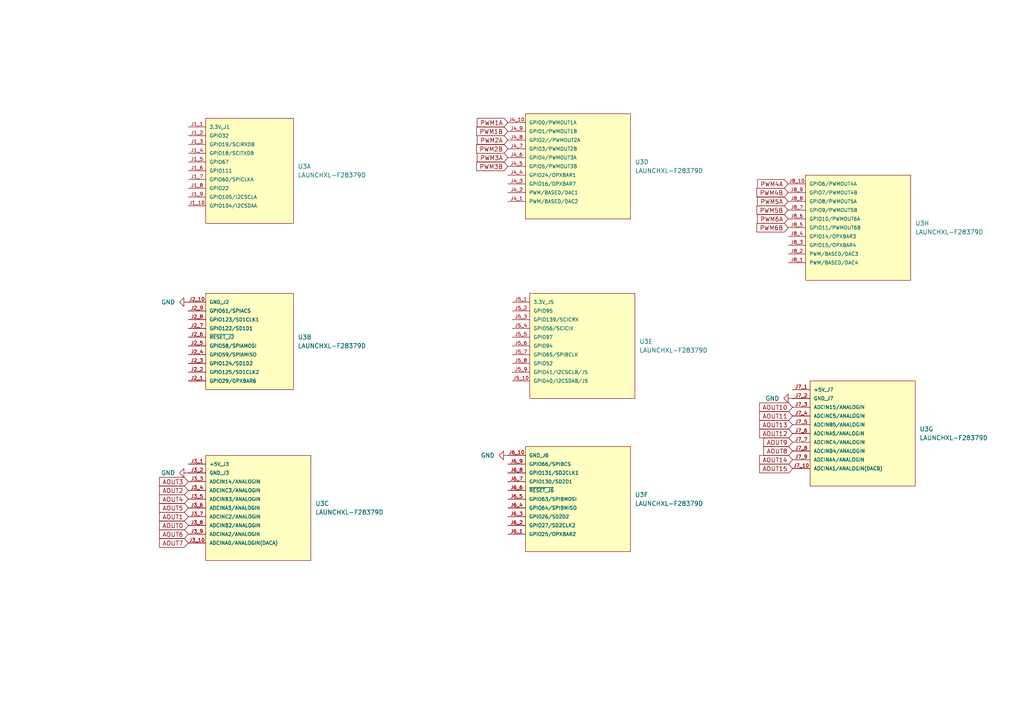
<source format=kicad_sch>
(kicad_sch (version 20231120) (generator "eeschema") (generator_version "8.0")
  (paper "A4")
  (lib_symbols
    (symbol "LAUNCHXL-F28379D:LAUNCHXL-F28379D" (pin_names (offset 1.016))
      (property "Reference" "U" (at -12.2428 15.9258 0))
      (property "Value" "LAUNCHXL-F28379D" (at -12.7 -17.272 0))
      (symbol "LAUNCHXL-F28379D_1_0"
        (rectangle (start -12.7 -15.24) (end 12.7 15.24) (stroke (width 0.1524)) (fill (type background)))
        (pin power_in line (at -17.78 12.7 0) (length 5.08) (name "3.3V_J1") (number "J1_1"))
        (pin bidirectional line (at -17.78 -10.16 0) (length 5.08) (name "GPIO104/I2CSDAA") (number "J1_10"))
        (pin bidirectional line (at -17.78 10.16 0) (length 5.08) (name "GPIO32") (number "J1_2"))
        (pin bidirectional line (at -17.78 7.62 0) (length 5.08) (name "GPIO19/SCIRXDB") (number "J1_3"))
        (pin bidirectional line (at -17.78 5.08 0) (length 5.08) (name "GPIO18/SCITXDB") (number "J1_4"))
        (pin bidirectional line (at -17.78 2.54 0) (length 5.08) (name "GPIO67") (number "J1_5"))
        (pin bidirectional line (at -17.78 0 0) (length 5.08) (name "GPIO111") (number "J1_6"))
        (pin bidirectional line (at -17.78 -2.54 0) (length 5.08) (name "GPIO60/SPICLKA") (number "J1_7"))
        (pin bidirectional line (at -17.78 -5.08 0) (length 5.08) (name "GPIO22") (number "J1_8"))
        (pin bidirectional line (at -17.78 -7.62 0) (length 5.08) (name "GPIO105/I2CSCLA") (number "J1_9"))
      )
      (symbol "LAUNCHXL-F28379D_2_0"
        (rectangle (start -12.7 -12.7) (end 12.7 15.24) (stroke (width 0.1524)) (fill (type background)))
        (pin bidirectional line (at -17.78 -10.16 0) (length 5.08) (name "GPIO29/OPXBAR6") (number "J2_1"))
        (pin power_in line (at -17.78 12.7 0) (length 5.08) (name "GND_J2") (number "J2_10"))
        (pin bidirectional line (at -17.78 -7.62 0) (length 5.08) (name "GPIO125/SD1CLK2") (number "J2_2"))
        (pin bidirectional line (at -17.78 -5.08 0) (length 5.08) (name "GPIO124/SD1D2") (number "J2_3"))
        (pin bidirectional line (at -17.78 -2.54 0) (length 5.08) (name "GPIO59/SPIAMISO") (number "J2_4"))
        (pin bidirectional line (at -17.78 0 0) (length 5.08) (name "GPIO58/SPIAMOSI") (number "J2_5"))
        (pin bidirectional line (at -17.78 2.54 0) (length 5.08) (name "~{RESET_J2}") (number "J2_6"))
        (pin bidirectional line (at -17.78 5.08 0) (length 5.08) (name "GPIO122/SD1D1") (number "J2_7"))
        (pin bidirectional line (at -17.78 7.62 0) (length 5.08) (name "GPIO123/SD1CLK1") (number "J2_8"))
        (pin bidirectional line (at -17.78 10.16 0) (length 5.08) (name "GPIO61/SPIACS") (number "J2_9"))
      )
      (symbol "LAUNCHXL-F28379D_3_0"
        (rectangle (start -15.24 -15.24) (end 15.24 15.24) (stroke (width 0.1524)) (fill (type background)))
        (pin power_in line (at -20.32 12.7 0) (length 5.08) (name "+5V_J3") (number "J3_1"))
        (pin bidirectional line (at -20.32 -10.16 0) (length 5.08) (name "ADCINA0/ANALOGIN(DACA)") (number "J3_10"))
        (pin power_in line (at -20.32 10.16 0) (length 5.08) (name "GND_J3") (number "J3_2"))
        (pin bidirectional line (at -20.32 7.62 0) (length 5.08) (name "ADCIN14/ANALOGIN") (number "J3_3"))
        (pin bidirectional line (at -20.32 5.08 0) (length 5.08) (name "ADCINC3/ANALOGIN") (number "J3_4"))
        (pin bidirectional line (at -20.32 2.54 0) (length 5.08) (name "ADCINB3/ANALOGIN") (number "J3_5"))
        (pin bidirectional line (at -20.32 0 0) (length 5.08) (name "ADCINA3/ANALOGIN") (number "J3_6"))
        (pin bidirectional line (at -20.32 -2.54 0) (length 5.08) (name "ADCINC2/ANALOGIN") (number "J3_7"))
        (pin bidirectional line (at -20.32 -5.08 0) (length 5.08) (name "ADCINB2/ANALOGIN") (number "J3_8"))
        (pin bidirectional line (at -20.32 -7.62 0) (length 5.08) (name "ADCINA2/ANALOGIN") (number "J3_9"))
      )
      (symbol "LAUNCHXL-F28379D_4_0"
        (rectangle (start -15.24 -15.24) (end 15.24 15.24) (stroke (width 0.1524)) (fill (type background)))
        (pin bidirectional line (at -20.32 -10.16 0) (length 5.08) (name "PWM/BASED/DAC2") (number "J4_1"))
        (pin bidirectional line (at -20.32 12.7 0) (length 5.08) (name "GPIO0/PWMOUT1A") (number "J4_10"))
        (pin bidirectional line (at -20.32 -7.62 0) (length 5.08) (name "PWM/BASED/DAC1") (number "J4_2"))
        (pin bidirectional line (at -20.32 -5.08 0) (length 5.08) (name "GPIO16/OPXBAR7") (number "J4_3"))
        (pin bidirectional line (at -20.32 -2.54 0) (length 5.08) (name "GPIO24/OPXBAR1") (number "J4_4"))
        (pin bidirectional line (at -20.32 0 0) (length 5.08) (name "GPIO5/PWMOUT3B") (number "J4_5"))
        (pin bidirectional line (at -20.32 2.54 0) (length 5.08) (name "GPIO4/PWMOUT3A") (number "J4_6"))
        (pin bidirectional line (at -20.32 5.08 0) (length 5.08) (name "GPIO3/PWMOUT2B") (number "J4_7"))
        (pin bidirectional line (at -20.32 7.62 0) (length 5.08) (name "GPIO2//PWMOUT2A") (number "J4_8"))
        (pin bidirectional line (at -20.32 10.16 0) (length 5.08) (name "GPIO1/PWMOUT1B") (number "J4_9"))
      )
      (symbol "LAUNCHXL-F28379D_5_0"
        (rectangle (start -15.24 -15.24) (end 15.24 15.24) (stroke (width 0.1524)) (fill (type background)))
        (pin power_in line (at -20.32 12.7 0) (length 5.08) (name "3.3V_J5") (number "J5_1"))
        (pin bidirectional line (at -20.32 -10.16 0) (length 5.08) (name "GPIO40/I2CSDAB/J5") (number "J5_10"))
        (pin bidirectional line (at -20.32 10.16 0) (length 5.08) (name "GPIO95") (number "J5_2"))
        (pin bidirectional line (at -20.32 7.62 0) (length 5.08) (name "GPIO139/SCICRX") (number "J5_3"))
        (pin bidirectional line (at -20.32 5.08 0) (length 5.08) (name "GPIO56/SCICIX") (number "J5_4"))
        (pin bidirectional line (at -20.32 2.54 0) (length 5.08) (name "GPIO97") (number "J5_5"))
        (pin bidirectional line (at -20.32 0 0) (length 5.08) (name "GPIO94") (number "J5_6"))
        (pin bidirectional line (at -20.32 -2.54 0) (length 5.08) (name "GPIO65/SPIBCLK") (number "J5_7"))
        (pin bidirectional line (at -20.32 -5.08 0) (length 5.08) (name "GPIO52") (number "J5_8"))
        (pin bidirectional line (at -20.32 -7.62 0) (length 5.08) (name "GPIO41/I2CSCLB/J5") (number "J5_9"))
      )
      (symbol "LAUNCHXL-F28379D_6_0"
        (rectangle (start -15.24 -15.24) (end 15.24 15.24) (stroke (width 0.1524)) (fill (type background)))
        (pin bidirectional line (at -20.32 -10.16 0) (length 5.08) (name "GPIO25/OPXBAR2") (number "J6_1"))
        (pin power_in line (at -20.32 12.7 0) (length 5.08) (name "GND_J6") (number "J6_10"))
        (pin bidirectional line (at -20.32 -7.62 0) (length 5.08) (name "GPIO27/SD2CLK2") (number "J6_2"))
        (pin bidirectional line (at -20.32 -5.08 0) (length 5.08) (name "GPIO26/SD2D2") (number "J6_3"))
        (pin bidirectional line (at -20.32 -2.54 0) (length 5.08) (name "GPIO64/SPIBMISO") (number "J6_4"))
        (pin bidirectional line (at -20.32 0 0) (length 5.08) (name "GPIO63/SPIBMOSI") (number "J6_5"))
        (pin bidirectional line (at -20.32 2.54 0) (length 5.08) (name "~{RESET_J6}") (number "J6_6"))
        (pin bidirectional line (at -20.32 5.08 0) (length 5.08) (name "GPIO130/SD2D1") (number "J6_7"))
        (pin bidirectional line (at -20.32 7.62 0) (length 5.08) (name "GPIO131/SD2CLK1") (number "J6_8"))
        (pin bidirectional line (at -20.32 10.16 0) (length 5.08) (name "GPIO66/SPIBCS") (number "J6_9"))
      )
      (symbol "LAUNCHXL-F28379D_7_0"
        (rectangle (start -15.24 -15.24) (end 15.24 15.24) (stroke (width 0.1524)) (fill (type background)))
        (pin power_in line (at -20.32 12.7 0) (length 5.08) (name "+5V_J7") (number "J7_1"))
        (pin bidirectional line (at -20.32 -10.16 0) (length 5.08) (name "ADCINA1/ANALOGIN(DACB)") (number "J7_10"))
        (pin power_in line (at -20.32 10.16 0) (length 5.08) (name "GND_J7") (number "J7_2"))
        (pin bidirectional line (at -20.32 7.62 0) (length 5.08) (name "ADCIN15/ANALOGIN") (number "J7_3"))
        (pin bidirectional line (at -20.32 5.08 0) (length 5.08) (name "ADCINC5/ANALOGIN") (number "J7_4"))
        (pin bidirectional line (at -20.32 2.54 0) (length 5.08) (name "ADCINB5/ANALOGIN") (number "J7_5"))
        (pin bidirectional line (at -20.32 0 0) (length 5.08) (name "ADCINA5/ANALOGIN") (number "J7_6"))
        (pin bidirectional line (at -20.32 -2.54 0) (length 5.08) (name "ADCINC4/ANALOGIN") (number "J7_7"))
        (pin bidirectional line (at -20.32 -5.08 0) (length 5.08) (name "ADCINB4/ANALOGIN") (number "J7_8"))
        (pin bidirectional line (at -20.32 -7.62 0) (length 5.08) (name "ADCINA4/ANALOGIN") (number "J7_9"))
      )
      (symbol "LAUNCHXL-F28379D_8_0"
        (rectangle (start -15.24 -15.24) (end 15.24 15.24) (stroke (width 0.1524)) (fill (type background)))
        (pin bidirectional line (at -20.32 -10.16 0) (length 5.08) (name "PWM/BASED/DAC4") (number "J8_1"))
        (pin bidirectional line (at -20.32 12.7 0) (length 5.08) (name "GPIO6/PWMOUT4A") (number "J8_10"))
        (pin bidirectional line (at -20.32 -7.62 0) (length 5.08) (name "PWM/BASED/DAC3") (number "J8_2"))
        (pin bidirectional line (at -20.32 -5.08 0) (length 5.08) (name "GPIO15/OPXBAR4") (number "J8_3"))
        (pin bidirectional line (at -20.32 -2.54 0) (length 5.08) (name "GPIO14/OPXBAR3") (number "J8_4"))
        (pin bidirectional line (at -20.32 0 0) (length 5.08) (name "GPIO11/PWMOUT6B") (number "J8_5"))
        (pin bidirectional line (at -20.32 2.54 0) (length 5.08) (name "GPIO10/PWMOUT6A") (number "J8_6"))
        (pin bidirectional line (at -20.32 5.08 0) (length 5.08) (name "GPIO9/PWMOUT5B") (number "J8_7"))
        (pin bidirectional line (at -20.32 7.62 0) (length 5.08) (name "GPIO8/PWMOUT5A") (number "J8_8"))
        (pin bidirectional line (at -20.32 10.16 0) (length 5.08) (name "GPIO7/PWMOUT4B") (number "J8_9"))
      )
    )
    (symbol "power:GND" (power) (pin_numbers hide) (pin_names (offset 0) hide)
      (property "Value" "GND" (at 0 -3.81 0))
      (symbol "GND_0_1"
        (polyline (pts (xy 0 0) (xy 0 -1.27) (xy 1.27 -1.27) (xy 0 -2.54) (xy -1.27 -1.27) (xy 0 -1.27)))
      )
      (symbol "GND_1_1"
        (pin power_in line (at 0 0 270) (length 0) (name "~") (number "1"))
      )
    )
  )
  (global_label "AOUT11" (shape input) (at 229.87 120.65 180) (property "Intersheetrefs" "${INTERSHEET_REFS}" (effects (hide yes))))
  (global_label "PWM3A" (shape input) (at 147.32 45.72 180) (property "Intersheetrefs" "${INTERSHEET_REFS}" (effects (hide yes))))
  (global_label "AOUT13" (shape input) (at 229.87 123.19 180) (property "Intersheetrefs" "${INTERSHEET_REFS}" (effects (hide yes))))
  (global_label "PWM6B" (shape input) (at 228.6 66.04 180) (property "Intersheetrefs" "${INTERSHEET_REFS}" (effects (hide yes))))
  (global_label "PWM1B" (shape input) (at 147.32 38.1 180) (property "Intersheetrefs" "${INTERSHEET_REFS}" (effects (hide yes))))
  (global_label "PWM2A" (shape input) (at 147.32 40.64 180) (property "Intersheetrefs" "${INTERSHEET_REFS}" (effects (hide yes))))
  (global_label "AOUT7" (shape input) (at 54.61 157.48 180) (property "Intersheetrefs" "${INTERSHEET_REFS}" (effects (hide yes))))
  (global_label "PWM2B" (shape input) (at 147.32 43.18 180) (property "Intersheetrefs" "${INTERSHEET_REFS}" (effects (hide yes))))
  (global_label "PWM5B" (shape input) (at 228.6 60.96 180) (property "Intersheetrefs" "${INTERSHEET_REFS}" (effects (hide yes))))
  (global_label "AOUT15" (shape input) (at 229.87 135.89 180) (property "Intersheetrefs" "${INTERSHEET_REFS}" (effects (hide yes))))
  (global_label "PWM1A" (shape input) (at 147.32 35.56 180) (property "Intersheetrefs" "${INTERSHEET_REFS}" (effects (hide yes))))
  (global_label "PWM6A" (shape input) (at 228.6 63.5 180) (property "Intersheetrefs" "${INTERSHEET_REFS}" (effects (hide yes))))
  (global_label "AOUT14" (shape input) (at 229.87 133.35 180) (property "Intersheetrefs" "${INTERSHEET_REFS}" (effects (hide yes))))
  (global_label "PWM3B" (shape input) (at 147.32 48.26 180) (property "Intersheetrefs" "${INTERSHEET_REFS}" (effects (hide yes))))
  (global_label "AOUT0" (shape input) (at 54.61 152.4 180) (property "Intersheetrefs" "${INTERSHEET_REFS}" (effects (hide yes))))
  (global_label "PWM4A" (shape input) (at 228.6 53.34 180) (property "Intersheetrefs" "${INTERSHEET_REFS}" (effects (hide yes))))
  (global_label "PWM4B" (shape input) (at 228.6 55.88 180) (property "Intersheetrefs" "${INTERSHEET_REFS}" (effects (hide yes))))
  (global_label "AOUT2" (shape input) (at 54.61 142.24 180) (property "Intersheetrefs" "${INTERSHEET_REFS}" (effects (hide yes))))
  (global_label "AOUT3" (shape input) (at 54.61 139.7 180) (property "Intersheetrefs" "${INTERSHEET_REFS}" (effects (hide yes))))
  (global_label "AOUT5" (shape input) (at 54.61 147.32 180) (property "Intersheetrefs" "${INTERSHEET_REFS}" (effects (hide yes))))
  (global_label "PWM5A" (shape input) (at 228.6 58.42 180) (property "Intersheetrefs" "${INTERSHEET_REFS}" (effects (hide yes))))
  (global_label "AOUT10" (shape input) (at 229.87 118.11 180) (property "Intersheetrefs" "${INTERSHEET_REFS}" (effects (hide yes))))
  (global_label "AOUT12" (shape input) (at 229.87 125.73 180) (property "Intersheetrefs" "${INTERSHEET_REFS}" (effects (hide yes))))
  (global_label "AOUT4" (shape input) (at 54.61 144.78 180) (property "Intersheetrefs" "${INTERSHEET_REFS}" (effects (hide yes))))
  (global_label "AOUT8" (shape input) (at 229.87 130.81 180) (property "Intersheetrefs" "${INTERSHEET_REFS}" (effects (hide yes))))
  (global_label "AOUT1" (shape input) (at 54.61 149.86 180) (property "Intersheetrefs" "${INTERSHEET_REFS}" (effects (hide yes))))
  (global_label "AOUT6" (shape input) (at 54.61 154.94 180) (property "Intersheetrefs" "${INTERSHEET_REFS}" (effects (hide yes))))
  (global_label "AOUT9" (shape input) (at 229.87 128.27 180) (property "Intersheetrefs" "${INTERSHEET_REFS}" (effects (hide yes))))
  (symbol (lib_id "power:GND") (at 54.61 87.63 270) (unit 1)
    (property "Reference" "#PWR0101" (effects (hide yes)))
    (property "Value" "GND" (at 50.8 87.6299 90) (effects (justify right)))
    (property "Description" "Power symbol creates a global label with name \"GND\" , ground" (effects (hide yes)))
  )
  (symbol (lib_id "LAUNCHXL-F28379D:LAUNCHXL-F28379D") (at 167.64 144.78 0) (unit 6)
    (property "Reference" "U3" (at 184.15 143.5099 0) (effects (justify left)))
    (property "Value" "LAUNCHXL-F28379D" (at 184.15 146.0499 0) (effects (justify left)))
    (property "Footprint" "lib:MOD_LAUNCHXL-F28379D" (effects (hide yes)))
    (property "MF" "Texas Instruments" (effects (hide yes)))
    (property "Description_1" "\nC2000 Delfino MCU F28379D LaunchPad™ development kit\n" (effects (hide yes)))
    (property "Package" "None" (effects (hide yes)))
    (property "Price" "None" (effects (hide yes)))
    (property "Check_prices" "https://www.snapeda.com/parts/LAUNCHXL-F28379D/Texas+Instruments/view-part/?ref=eda" (effects (hide yes)))
    (property "STANDARD" "Manufacturer Recommendations" (effects (hide yes)))
    (property "PARTREV" "2.0" (effects (hide yes)))
    (property "SnapEDA_Link" "https://www.snapeda.com/parts/LAUNCHXL-F28379D/Texas+Instruments/view-part/?ref=snap" (effects (hide yes)))
    (property "MP" "LAUNCHXL-F28379D" (effects (hide yes)))
    (property "Purchase-URL" "https://www.snapeda.com/api/url_track_click_mouser/?unipart_id=702349&manufacturer=Texas Instruments&part_name=LAUNCHXL-F28379D&search_term=None" (effects (hide yes)))
    (property "Availability" "In Stock" (effects (hide yes)))
    (property "MANUFACTURER" "Texas Instruments" (effects (hide yes)))
  )
  (symbol (lib_id "power:GND") (at 54.61 137.16 270) (unit 1)
    (property "Reference" "#PWR0102" (effects (hide yes)))
    (property "Value" "GND" (at 50.8 137.1599 90) (effects (justify right)))
    (property "Description" "Power symbol creates a global label with name \"GND\" , ground" (effects (hide yes)))
  )
  (symbol (lib_id "power:GND") (at 147.32 132.08 270) (unit 1)
    (property "Reference" "#PWR0103" (effects (hide yes)))
    (property "Value" "GND" (at 143.51 132.0799 90) (effects (justify right)))
    (property "Description" "Power symbol creates a global label with name \"GND\" , ground" (effects (hide yes)))
  )
  (symbol (lib_id "LAUNCHXL-F28379D:LAUNCHXL-F28379D") (at 168.91 100.33 0) (unit 5)
    (property "Reference" "U3" (at 185.42 99.0599 0) (effects (justify left)))
    (property "Value" "LAUNCHXL-F28379D" (at 185.42 101.5999 0) (effects (justify left)))
    (property "Footprint" "lib:MOD_LAUNCHXL-F28379D" (effects (hide yes)))
    (property "MF" "Texas Instruments" (effects (hide yes)))
    (property "Description_1" "\nC2000 Delfino MCU F28379D LaunchPad™ development kit\n" (effects (hide yes)))
    (property "Package" "None" (effects (hide yes)))
    (property "Price" "None" (effects (hide yes)))
    (property "Check_prices" "https://www.snapeda.com/parts/LAUNCHXL-F28379D/Texas+Instruments/view-part/?ref=eda" (effects (hide yes)))
    (property "STANDARD" "Manufacturer Recommendations" (effects (hide yes)))
    (property "PARTREV" "2.0" (effects (hide yes)))
    (property "SnapEDA_Link" "https://www.snapeda.com/parts/LAUNCHXL-F28379D/Texas+Instruments/view-part/?ref=snap" (effects (hide yes)))
    (property "MP" "LAUNCHXL-F28379D" (effects (hide yes)))
    (property "Purchase-URL" "https://www.snapeda.com/api/url_track_click_mouser/?unipart_id=702349&manufacturer=Texas Instruments&part_name=LAUNCHXL-F28379D&search_term=None" (effects (hide yes)))
    (property "Availability" "In Stock" (effects (hide yes)))
    (property "MANUFACTURER" "Texas Instruments" (effects (hide yes)))
  )
  (symbol (lib_id "LAUNCHXL-F28379D:LAUNCHXL-F28379D") (at 167.64 48.26 0) (unit 4)
    (property "Reference" "U3" (at 184.15 46.9899 0) (effects (justify left)))
    (property "Value" "LAUNCHXL-F28379D" (at 184.15 49.5299 0) (effects (justify left)))
    (property "Footprint" "lib:MOD_LAUNCHXL-F28379D" (effects (hide yes)))
    (property "MF" "Texas Instruments" (effects (hide yes)))
    (property "Description_1" "\nC2000 Delfino MCU F28379D LaunchPad™ development kit\n" (effects (hide yes)))
    (property "Package" "None" (effects (hide yes)))
    (property "Price" "None" (effects (hide yes)))
    (property "Check_prices" "https://www.snapeda.com/parts/LAUNCHXL-F28379D/Texas+Instruments/view-part/?ref=eda" (effects (hide yes)))
    (property "STANDARD" "Manufacturer Recommendations" (effects (hide yes)))
    (property "PARTREV" "2.0" (effects (hide yes)))
    (property "SnapEDA_Link" "https://www.snapeda.com/parts/LAUNCHXL-F28379D/Texas+Instruments/view-part/?ref=snap" (effects (hide yes)))
    (property "MP" "LAUNCHXL-F28379D" (effects (hide yes)))
    (property "Purchase-URL" "https://www.snapeda.com/api/url_track_click_mouser/?unipart_id=702349&manufacturer=Texas Instruments&part_name=LAUNCHXL-F28379D&search_term=None" (effects (hide yes)))
    (property "Availability" "In Stock" (effects (hide yes)))
    (property "MANUFACTURER" "Texas Instruments" (effects (hide yes)))
  )
  (symbol (lib_id "power:GND") (at 229.87 115.57 270) (unit 1)
    (property "Reference" "#PWR0104" (effects (hide yes)))
    (property "Value" "GND" (at 226.06 115.5699 90) (effects (justify right)))
    (property "Description" "Power symbol creates a global label with name \"GND\" , ground" (effects (hide yes)))
  )
  (symbol (lib_id "LAUNCHXL-F28379D:LAUNCHXL-F28379D") (at 250.19 125.73 0) (unit 7)
    (property "Reference" "U3" (at 266.7 124.4599 0) (effects (justify left)))
    (property "Value" "LAUNCHXL-F28379D" (at 266.7 126.9999 0) (effects (justify left)))
    (property "Footprint" "lib:MOD_LAUNCHXL-F28379D" (effects (hide yes)))
    (property "MF" "Texas Instruments" (effects (hide yes)))
    (property "Description_1" "\nC2000 Delfino MCU F28379D LaunchPad™ development kit\n" (effects (hide yes)))
    (property "Package" "None" (effects (hide yes)))
    (property "Price" "None" (effects (hide yes)))
    (property "Check_prices" "https://www.snapeda.com/parts/LAUNCHXL-F28379D/Texas+Instruments/view-part/?ref=eda" (effects (hide yes)))
    (property "STANDARD" "Manufacturer Recommendations" (effects (hide yes)))
    (property "PARTREV" "2.0" (effects (hide yes)))
    (property "SnapEDA_Link" "https://www.snapeda.com/parts/LAUNCHXL-F28379D/Texas+Instruments/view-part/?ref=snap" (effects (hide yes)))
    (property "MP" "LAUNCHXL-F28379D" (effects (hide yes)))
    (property "Purchase-URL" "https://www.snapeda.com/api/url_track_click_mouser/?unipart_id=702349&manufacturer=Texas Instruments&part_name=LAUNCHXL-F28379D&search_term=None" (effects (hide yes)))
    (property "Availability" "In Stock" (effects (hide yes)))
    (property "MANUFACTURER" "Texas Instruments" (effects (hide yes)))
  )
  (symbol (lib_id "LAUNCHXL-F28379D:LAUNCHXL-F28379D") (at 248.92 66.04 0) (unit 8)
    (property "Reference" "U3" (at 265.43 64.7699 0) (effects (justify left)))
    (property "Value" "LAUNCHXL-F28379D" (at 265.43 67.3099 0) (effects (justify left)))
    (property "Footprint" "lib:MOD_LAUNCHXL-F28379D" (effects (hide yes)))
    (property "MF" "Texas Instruments" (effects (hide yes)))
    (property "Description_1" "\nC2000 Delfino MCU F28379D LaunchPad™ development kit\n" (effects (hide yes)))
    (property "Package" "None" (effects (hide yes)))
    (property "Price" "None" (effects (hide yes)))
    (property "Check_prices" "https://www.snapeda.com/parts/LAUNCHXL-F28379D/Texas+Instruments/view-part/?ref=eda" (effects (hide yes)))
    (property "STANDARD" "Manufacturer Recommendations" (effects (hide yes)))
    (property "PARTREV" "2.0" (effects (hide yes)))
    (property "SnapEDA_Link" "https://www.snapeda.com/parts/LAUNCHXL-F28379D/Texas+Instruments/view-part/?ref=snap" (effects (hide yes)))
    (property "MP" "LAUNCHXL-F28379D" (effects (hide yes)))
    (property "Purchase-URL" "https://www.snapeda.com/api/url_track_click_mouser/?unipart_id=702349&manufacturer=Texas Instruments&part_name=LAUNCHXL-F28379D&search_term=None" (effects (hide yes)))
    (property "Availability" "In Stock" (effects (hide yes)))
    (property "MANUFACTURER" "Texas Instruments" (effects (hide yes)))
  )
  (symbol (lib_id "LAUNCHXL-F28379D:LAUNCHXL-F28379D") (at 72.39 49.53 0) (unit 1)
    (property "Reference" "U3" (at 86.36 48.2599 0) (effects (justify left)))
    (property "Value" "LAUNCHXL-F28379D" (at 86.36 50.7999 0) (effects (justify left)))
    (property "Footprint" "lib:MOD_LAUNCHXL-F28379D" (effects (hide yes)))
    (property "MF" "Texas Instruments" (effects (hide yes)))
    (property "Description_1" "\nC2000 Delfino MCU F28379D LaunchPad™ development kit\n" (effects (hide yes)))
    (property "Package" "None" (effects (hide yes)))
    (property "Price" "None" (effects (hide yes)))
    (property "Check_prices" "https://www.snapeda.com/parts/LAUNCHXL-F28379D/Texas+Instruments/view-part/?ref=eda" (effects (hide yes)))
    (property "STANDARD" "Manufacturer Recommendations" (effects (hide yes)))
    (property "PARTREV" "2.0" (effects (hide yes)))
    (property "SnapEDA_Link" "https://www.snapeda.com/parts/LAUNCHXL-F28379D/Texas+Instruments/view-part/?ref=snap" (effects (hide yes)))
    (property "MP" "LAUNCHXL-F28379D" (effects (hide yes)))
    (property "Purchase-URL" "https://www.snapeda.com/api/url_track_click_mouser/?unipart_id=702349&manufacturer=Texas Instruments&part_name=LAUNCHXL-F28379D&search_term=None" (effects (hide yes)))
    (property "Availability" "In Stock" (effects (hide yes)))
    (property "MANUFACTURER" "Texas Instruments" (effects (hide yes)))
  )
  (symbol (lib_id "LAUNCHXL-F28379D:LAUNCHXL-F28379D") (at 72.39 100.33 0) (unit 2)
    (property "Reference" "U3" (at 86.36 97.7899 0) (effects (justify left)))
    (property "Value" "LAUNCHXL-F28379D" (at 86.36 100.3299 0) (effects (justify left)))
    (property "Footprint" "lib:MOD_LAUNCHXL-F28379D" (effects (hide yes)))
    (property "MF" "Texas Instruments" (effects (hide yes)))
    (property "Description_1" "\nC2000 Delfino MCU F28379D LaunchPad™ development kit\n" (effects (hide yes)))
    (property "Package" "None" (effects (hide yes)))
    (property "Price" "None" (effects (hide yes)))
    (property "Check_prices" "https://www.snapeda.com/parts/LAUNCHXL-F28379D/Texas+Instruments/view-part/?ref=eda" (effects (hide yes)))
    (property "STANDARD" "Manufacturer Recommendations" (effects (hide yes)))
    (property "PARTREV" "2.0" (effects (hide yes)))
    (property "SnapEDA_Link" "https://www.snapeda.com/parts/LAUNCHXL-F28379D/Texas+Instruments/view-part/?ref=snap" (effects (hide yes)))
    (property "MP" "LAUNCHXL-F28379D" (effects (hide yes)))
    (property "Purchase-URL" "https://www.snapeda.com/api/url_track_click_mouser/?unipart_id=702349&manufacturer=Texas Instruments&part_name=LAUNCHXL-F28379D&search_term=None" (effects (hide yes)))
    (property "Availability" "In Stock" (effects (hide yes)))
    (property "MANUFACTURER" "Texas Instruments" (effects (hide yes)))
  )
  (symbol (lib_id "LAUNCHXL-F28379D:LAUNCHXL-F28379D") (at 74.93 147.32 0) (unit 3)
    (property "Reference" "U3" (at 91.44 146.0499 0) (effects (justify left)))
    (property "Value" "LAUNCHXL-F28379D" (at 91.44 148.5899 0) (effects (justify left)))
    (property "Footprint" "lib:MOD_LAUNCHXL-F28379D" (effects (hide yes)))
    (property "MF" "Texas Instruments" (effects (hide yes)))
    (property "Description_1" "\nC2000 Delfino MCU F28379D LaunchPad™ development kit\n" (effects (hide yes)))
    (property "Package" "None" (effects (hide yes)))
    (property "Price" "None" (effects (hide yes)))
    (property "Check_prices" "https://www.snapeda.com/parts/LAUNCHXL-F28379D/Texas+Instruments/view-part/?ref=eda" (effects (hide yes)))
    (property "STANDARD" "Manufacturer Recommendations" (effects (hide yes)))
    (property "PARTREV" "2.0" (effects (hide yes)))
    (property "SnapEDA_Link" "https://www.snapeda.com/parts/LAUNCHXL-F28379D/Texas+Instruments/view-part/?ref=snap" (effects (hide yes)))
    (property "MP" "LAUNCHXL-F28379D" (effects (hide yes)))
    (property "Purchase-URL" "https://www.snapeda.com/api/url_track_click_mouser/?unipart_id=702349&manufacturer=Texas Instruments&part_name=LAUNCHXL-F28379D&search_term=None" (effects (hide yes)))
    (property "Availability" "In Stock" (effects (hide yes)))
    (property "MANUFACTURER" "Texas Instruments" (effects (hide yes)))
  )
)
</source>
